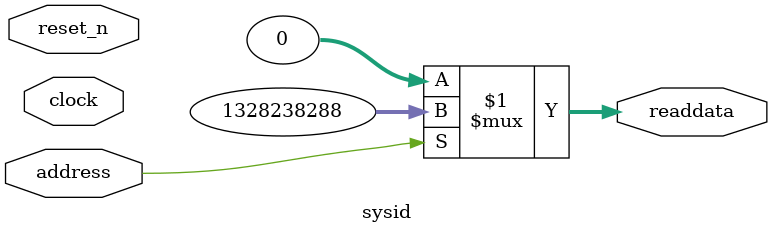
<source format=v>

`timescale 1ns / 1ps
// synthesis translate_on

// turn off superfluous verilog processor warnings 
// altera message_level Level1 
// altera message_off 10034 10035 10036 10037 10230 10240 10030 

module sysid (
               // inputs:
                address,
                clock,
                reset_n,

               // outputs:
                readdata
             )
;

  output  [ 31: 0] readdata;
  input            address;
  input            clock;
  input            reset_n;

  wire    [ 31: 0] readdata;
  //control_slave, which is an e_avalon_slave
  assign readdata = address ? 1328238288 : 0;

endmodule


</source>
